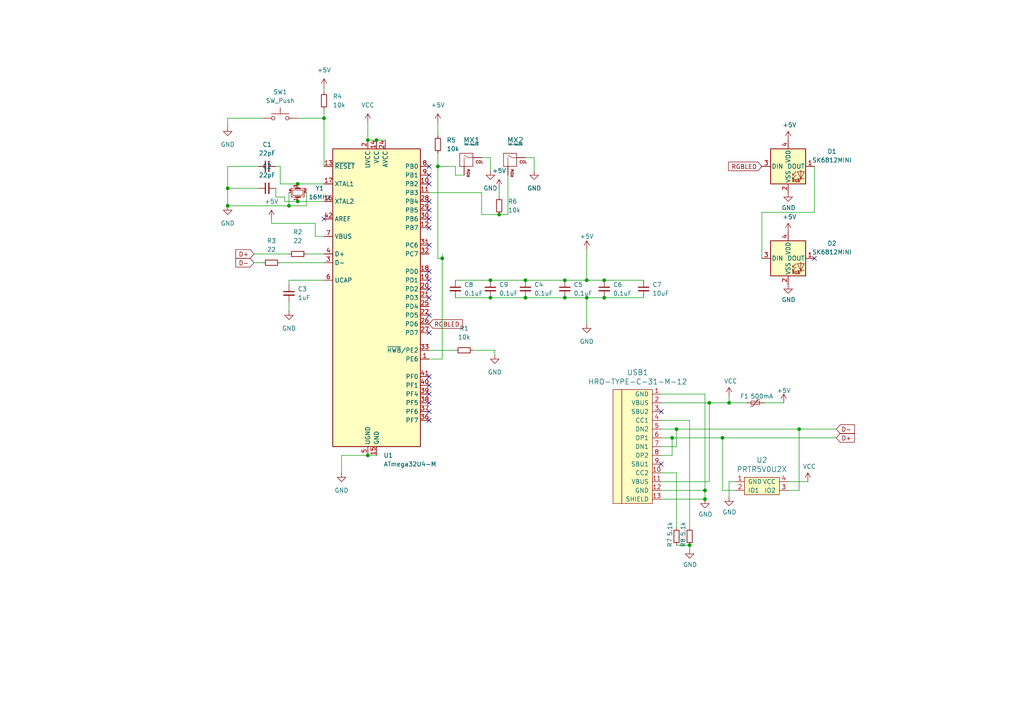
<source format=kicad_sch>
(kicad_sch (version 20211123) (generator eeschema)
  (paper "A4")
  (lib_symbols
    (symbol "Device:C_Small" (pin_numbers hide) (pin_names (offset 0.254) hide)
      (property "Reference" "C" (at 0.254 1.778 0))
      (property "Value" "C_Small" (at 0.254 -2.032 0))
      (symbol "C_Small_0_1"
        (polyline (pts (xy -1.524 -0.508) (xy 1.524 -0.508)) (stroke (width 0.3302)))
        (polyline (pts (xy -1.524 0.508) (xy 1.524 0.508)) (stroke (width 0.3048)))
      )
      (symbol "C_Small_1_1"
        (pin passive line (at 0 2.54 270) (length 2.032) (name "~") (number "1"))
        (pin passive line (at 0 -2.54 90) (length 2.032) (name "~") (number "2"))
      )
    )
    (symbol "Device:Crystal_GND24_Small" (pin_names (offset 1.016) hide)
      (property "Reference" "Y" (at 1.27 4.445 0))
      (property "Value" "Crystal_GND24_Small" (at 1.27 2.54 0))
      (symbol "Crystal_GND24_Small_0_1"
        (rectangle (start -0.762 -1.524) (end 0.762 1.524))
        (polyline (pts (xy -1.27 -0.762) (xy -1.27 0.762)) (stroke (width 0.381)))
        (polyline (pts (xy 1.27 -0.762) (xy 1.27 0.762)) (stroke (width 0.381)))
        (polyline (pts (xy -1.27 -1.27) (xy -1.27 -1.905) (xy 1.27 -1.905) (xy 1.27 -1.27)))
        (polyline (pts (xy -1.27 1.27) (xy -1.27 1.905) (xy 1.27 1.905) (xy 1.27 1.27)))
      )
      (symbol "Crystal_GND24_Small_1_1"
        (pin passive line (at -2.54 0 0) (length 1.27) (name "1") (number "1"))
        (pin passive line (at 0 -2.54 90) (length 0.635) (name "2") (number "2"))
        (pin passive line (at 2.54 0 180) (length 1.27) (name "3") (number "3"))
        (pin passive line (at 0 2.54 270) (length 0.635) (name "4") (number "4"))
      )
    )
    (symbol "Device:Polyfuse_Small" (pin_numbers hide) (pin_names (offset 0))
      (property "Reference" "F" (at -1.905 0 90))
      (property "Value" "Polyfuse_Small" (at 1.905 0 90))
      (symbol "Polyfuse_Small_0_1"
        (rectangle (start -0.508 1.27) (end 0.508 -1.27))
        (polyline (pts (xy 0 2.54) (xy 0 -2.54)))
        (polyline (pts (xy -1.016 1.27) (xy -1.016 0.762) (xy 1.016 -0.762) (xy 1.016 -1.27)))
      )
      (symbol "Polyfuse_Small_1_1"
        (pin passive line (at 0 2.54 270) (length 0.635) (name "~") (number "1"))
        (pin passive line (at 0 -2.54 90) (length 0.635) (name "~") (number "2"))
      )
    )
    (symbol "Device:R_Small" (pin_numbers hide) (pin_names (offset 0.254) hide)
      (property "Reference" "R" (at 0.762 0.508 0))
      (property "Value" "R_Small" (at 0.762 -1.016 0))
      (symbol "R_Small_0_1"
        (rectangle (start -0.762 1.778) (end 0.762 -1.778) (stroke (width 0.2032)))
      )
      (symbol "R_Small_1_1"
        (pin passive line (at 0 2.54 270) (length 0.762) (name "~") (number "1"))
        (pin passive line (at 0 -2.54 90) (length 0.762) (name "~") (number "2"))
      )
    )
    (symbol "LED:SK6812MINI" (pin_names (offset 0.254))
      (property "Reference" "D" (at 5.08 5.715 0))
      (property "Value" "SK6812MINI" (at 1.27 -5.715 0))
      (symbol "SK6812MINI_0_0"
        (text "RGB" (at 2.286 -4.191 0) (effects (font (size 0.762 0.762))))
      )
      (symbol "SK6812MINI_0_1"
        (polyline (pts (xy 1.27 -3.556) (xy 1.778 -3.556)))
        (polyline (pts (xy 1.27 -2.54) (xy 1.778 -2.54)))
        (polyline (pts (xy 4.699 -3.556) (xy 2.667 -3.556)))
        (polyline (pts (xy 2.286 -2.54) (xy 1.27 -3.556) (xy 1.27 -3.048)))
        (polyline (pts (xy 2.286 -1.524) (xy 1.27 -2.54) (xy 1.27 -2.032)))
        (polyline (pts (xy 3.683 -1.016) (xy 3.683 -3.556) (xy 3.683 -4.064)))
        (polyline (pts (xy 4.699 -1.524) (xy 2.667 -1.524) (xy 3.683 -3.556) (xy 4.699 -1.524)))
        (rectangle (start 5.08 5.08) (end -5.08 -5.08) (stroke (width 0.254)) (fill (type background)))
      )
      (symbol "SK6812MINI_1_1"
        (pin output line (at 7.62 0 180) (length 2.54) (name "DOUT") (number "1"))
        (pin power_in line (at 0 -7.62 90) (length 2.54) (name "VSS") (number "2"))
        (pin input line (at -7.62 0 0) (length 2.54) (name "DIN") (number "3"))
        (pin power_in line (at 0 7.62 270) (length 2.54) (name "VDD") (number "4"))
      )
    )
    (symbol "MCU_Microchip_ATmega:ATmega32U4-M"
      (property "Reference" "U" (at -12.7 44.45 0))
      (property "Value" "ATmega32U4-M" (at 2.54 -44.45 0))
      (symbol "ATmega32U4-M_0_1"
        (rectangle (start -12.7 -43.18) (end 12.7 43.18) (stroke (width 0.254)) (fill (type background)))
      )
      (symbol "ATmega32U4-M_1_1"
        (pin bidirectional line (at 15.24 -17.78 180) (length 2.54) (name "PE6") (number "1"))
        (pin bidirectional line (at 15.24 33.02 180) (length 2.54) (name "PB2") (number "10"))
        (pin bidirectional line (at 15.24 30.48 180) (length 2.54) (name "PB3") (number "11"))
        (pin bidirectional line (at 15.24 20.32 180) (length 2.54) (name "PB7") (number "12"))
        (pin input line (at -15.24 38.1 0) (length 2.54) (name "~{RESET}") (number "13"))
        (pin power_in line (at 0 45.72 270) (length 2.54) (name "VCC") (number "14"))
        (pin power_in line (at 0 -45.72 90) (length 2.54) (name "GND") (number "15"))
        (pin output line (at -15.24 27.94 0) (length 2.54) (name "XTAL2") (number "16"))
        (pin input line (at -15.24 33.02 0) (length 2.54) (name "XTAL1") (number "17"))
        (pin bidirectional line (at 15.24 7.62 180) (length 2.54) (name "PD0") (number "18"))
        (pin bidirectional line (at 15.24 5.08 180) (length 2.54) (name "PD1") (number "19"))
        (pin power_in line (at -2.54 45.72 270) (length 2.54) (name "UVCC") (number "2"))
        (pin bidirectional line (at 15.24 2.54 180) (length 2.54) (name "PD2") (number "20"))
        (pin bidirectional line (at 15.24 0 180) (length 2.54) (name "PD3") (number "21"))
        (pin bidirectional line (at 15.24 -5.08 180) (length 2.54) (name "PD5") (number "22"))
        (pin passive line (at 0 -45.72 90) (length 2.54) hide (name "GND") (number "23"))
        (pin power_in line (at 2.54 45.72 270) (length 2.54) (name "AVCC") (number "24"))
        (pin bidirectional line (at 15.24 -2.54 180) (length 2.54) (name "PD4") (number "25"))
        (pin bidirectional line (at 15.24 -7.62 180) (length 2.54) (name "PD6") (number "26"))
        (pin bidirectional line (at 15.24 -10.16 180) (length 2.54) (name "PD7") (number "27"))
        (pin bidirectional line (at 15.24 27.94 180) (length 2.54) (name "PB4") (number "28"))
        (pin bidirectional line (at 15.24 25.4 180) (length 2.54) (name "PB5") (number "29"))
        (pin bidirectional line (at -15.24 10.16 0) (length 2.54) (name "D-") (number "3"))
        (pin bidirectional line (at 15.24 22.86 180) (length 2.54) (name "PB6") (number "30"))
        (pin bidirectional line (at 15.24 15.24 180) (length 2.54) (name "PC6") (number "31"))
        (pin bidirectional line (at 15.24 12.7 180) (length 2.54) (name "PC7") (number "32"))
        (pin bidirectional line (at 15.24 -15.24 180) (length 2.54) (name "~{HWB}/PE2") (number "33"))
        (pin passive line (at 0 45.72 270) (length 2.54) hide (name "VCC") (number "34"))
        (pin passive line (at 0 -45.72 90) (length 2.54) hide (name "GND") (number "35"))
        (pin bidirectional line (at 15.24 -35.56 180) (length 2.54) (name "PF7") (number "36"))
        (pin bidirectional line (at 15.24 -33.02 180) (length 2.54) (name "PF6") (number "37"))
        (pin bidirectional line (at 15.24 -30.48 180) (length 2.54) (name "PF5") (number "38"))
        (pin bidirectional line (at 15.24 -27.94 180) (length 2.54) (name "PF4") (number "39"))
        (pin bidirectional line (at -15.24 12.7 0) (length 2.54) (name "D+") (number "4"))
        (pin bidirectional line (at 15.24 -25.4 180) (length 2.54) (name "PF1") (number "40"))
        (pin bidirectional line (at 15.24 -22.86 180) (length 2.54) (name "PF0") (number "41"))
        (pin passive line (at -15.24 22.86 0) (length 2.54) (name "AREF") (number "42"))
        (pin passive line (at 0 -45.72 90) (length 2.54) hide (name "GND") (number "43"))
        (pin passive line (at 2.54 45.72 270) (length 2.54) hide (name "AVCC") (number "44"))
        (pin passive line (at 0 -45.72 90) (length 2.54) hide (name "GND") (number "45"))
        (pin passive line (at -2.54 -45.72 90) (length 2.54) (name "UGND") (number "5"))
        (pin passive line (at -15.24 5.08 0) (length 2.54) (name "UCAP") (number "6"))
        (pin input line (at -15.24 17.78 0) (length 2.54) (name "VBUS") (number "7"))
        (pin bidirectional line (at 15.24 38.1 180) (length 2.54) (name "PB0") (number "8"))
        (pin bidirectional line (at 15.24 35.56 180) (length 2.54) (name "PB1") (number "9"))
      )
    )
    (symbol "MX_Alps_Hybrid:MX-NoLED" (pin_names (offset 1.016))
      (property "Reference" "MX" (at -0.635 3.81 0))
      (property "Value" "MX-NoLED" (at -0.635 1.27 0))
      (symbol "MX-NoLED_0_0"
        (rectangle (start -2.54 2.54) (end 1.27 -1.27))
        (polyline (pts (xy -1.27 -1.27) (xy -1.27 1.27)) (stroke (width 0.127)))
        (polyline (pts (xy 1.27 1.27) (xy 0 1.27) (xy -1.27 1.905)) (stroke (width 0.127)))
        (text "COL" (at 3.175 0 0) (effects (font (size 0.762 0.762))))
        (text "ROW" (at 0 -1.905 900) (effects (font (size 0.762 0.762)) (justify right)))
      )
      (symbol "MX-NoLED_1_1"
        (pin passive line (at 3.81 1.27 180) (length 2.54) (name "COL") (number "1"))
        (pin passive line (at -1.27 -3.81 90) (length 2.54) (name "ROW") (number "2"))
      )
    )
    (symbol "Switch:SW_Push" (pin_numbers hide) (pin_names (offset 1.016) hide)
      (property "Reference" "SW" (at 1.27 2.54 0))
      (property "Value" "SW_Push" (at 0 -1.524 0))
      (symbol "SW_Push_0_1"
        (circle (center -2.032 0) (radius 0.508))
        (polyline (pts (xy 0 1.27) (xy 0 3.048)))
        (polyline (pts (xy 2.54 1.27) (xy -2.54 1.27)))
        (circle (center 2.032 0) (radius 0.508))
        (pin passive line (at -5.08 0 0) (length 2.54) (name "1") (number "1"))
        (pin passive line (at 5.08 0 180) (length 2.54) (name "2") (number "2"))
      )
    )
    (symbol "Voyager4-rescue:HRO-TYPE-C-31-M-12-Type-C" (pin_names (offset 1.016))
      (property "Reference" "USB" (at -5.08 16.51 0))
      (property "Value" "HRO-TYPE-C-31-M-12-Type-C" (at -10.16 -1.27 90))
      (symbol "HRO-TYPE-C-31-M-12-Type-C_0_1"
        (rectangle (start -11.43 15.24) (end -8.89 -17.78) (fill (type background)))
        (rectangle (start 0 -17.78) (end -8.89 15.24) (fill (type background)))
      )
      (symbol "HRO-TYPE-C-31-M-12-Type-C_1_1"
        (pin input line (at 2.54 13.97 180) (length 2.54) (name "GND") (number "1"))
        (pin input line (at 2.54 -8.89 180) (length 2.54) (name "CC2") (number "10"))
        (pin input line (at 2.54 -11.43 180) (length 2.54) (name "VBUS") (number "11"))
        (pin input line (at 2.54 -13.97 180) (length 2.54) (name "GND") (number "12"))
        (pin input line (at 2.54 -16.51 180) (length 2.54) (name "SHIELD") (number "13"))
        (pin input line (at 2.54 11.43 180) (length 2.54) (name "VBUS") (number "2"))
        (pin input line (at 2.54 8.89 180) (length 2.54) (name "SBU2") (number "3"))
        (pin input line (at 2.54 6.35 180) (length 2.54) (name "CC1") (number "4"))
        (pin input line (at 2.54 3.81 180) (length 2.54) (name "DN2") (number "5"))
        (pin input line (at 2.54 1.27 180) (length 2.54) (name "DP1") (number "6"))
        (pin input line (at 2.54 -1.27 180) (length 2.54) (name "DN1") (number "7"))
        (pin input line (at 2.54 -3.81 180) (length 2.54) (name "DP2") (number "8"))
        (pin input line (at 2.54 -6.35 180) (length 2.54) (name "SBU1") (number "9"))
      )
    )
    (symbol "ai03-locallib:PRTR5V0U2X" (pin_names (offset 1.016))
      (property "Reference" "U" (at 0 3.81 0))
      (property "Value" "PRTR5V0U2X" (at 0 -3.81 0))
      (symbol "PRTR5V0U2X_0_1"
        (rectangle (start -5.08 2.54) (end 5.08 -2.54) (fill (type background)))
      )
      (symbol "PRTR5V0U2X_1_1"
        (pin input line (at -7.62 1.27 0) (length 2.54) (name "GND") (number "1"))
        (pin input line (at -7.62 -1.27 0) (length 2.54) (name "IO1") (number "2"))
        (pin input line (at 7.62 -1.27 180) (length 2.54) (name "IO2") (number "3"))
        (pin input line (at 7.62 1.27 180) (length 2.54) (name "VCC") (number "4"))
      )
    )
    (symbol "power:+5V" (power) (pin_names (offset 0))
      (property "Value" "+5V" (at 0 3.556 0))
      (symbol "+5V_0_1"
        (polyline (pts (xy -0.762 1.27) (xy 0 2.54)))
        (polyline (pts (xy 0 0) (xy 0 2.54)))
        (polyline (pts (xy 0 2.54) (xy 0.762 1.27)))
      )
      (symbol "+5V_1_1"
        (pin power_in line (at 0 0 90) (length 0) hide (name "+5V") (number "1"))
      )
    )
    (symbol "power:GND" (power) (pin_names (offset 0))
      (property "Value" "GND" (at 0 -3.81 0))
      (symbol "GND_0_1"
        (polyline (pts (xy 0 0) (xy 0 -1.27) (xy 1.27 -1.27) (xy 0 -2.54) (xy -1.27 -1.27) (xy 0 -1.27)))
      )
      (symbol "GND_1_1"
        (pin power_in line (at 0 0 270) (length 0) hide (name "GND") (number "1"))
      )
    )
    (symbol "power:VCC" (power) (pin_names (offset 0))
      (property "Value" "VCC" (at 0 3.81 0))
      (symbol "VCC_0_1"
        (polyline (pts (xy -0.762 1.27) (xy 0 2.54)))
        (polyline (pts (xy 0 0) (xy 0 2.54)))
        (polyline (pts (xy 0 2.54) (xy 0.762 1.27)))
      )
      (symbol "VCC_1_1"
        (pin power_in line (at 0 0 90) (length 0) hide (name "VCC") (number "1"))
      )
    )
  )
  (junction (at 194.945 127))
  (junction (at 106.68 132.08))
  (junction (at 142.24 86.36))
  (junction (at 196.215 124.46))
  (junction (at 170.18 86.36))
  (junction (at 200.025 158.115))
  (junction (at 93.98 34.29))
  (junction (at 205.74 116.84))
  (junction (at 66.04 59.69))
  (junction (at 66.04 54.61))
  (junction (at 109.22 40.64))
  (junction (at 127 48.26))
  (junction (at 163.83 86.36))
  (junction (at 86.36 53.34))
  (junction (at 163.83 81.28))
  (junction (at 209.55 127))
  (junction (at 152.4 86.36))
  (junction (at 142.24 81.28))
  (junction (at 175.26 81.28))
  (junction (at 170.18 81.28))
  (junction (at 204.47 144.78))
  (junction (at 175.26 86.36))
  (junction (at 144.78 62.23))
  (junction (at 152.4 81.28))
  (junction (at 211.455 116.84))
  (junction (at 106.68 40.64))
  (junction (at 83.82 59.69))
  (junction (at 128.27 74.93))
  (junction (at 86.36 58.42))
  (junction (at 231.775 124.46))
  (junction (at 204.47 142.24))
  (no_connect (at 124.46 119.38))
  (no_connect (at 124.46 63.5))
  (no_connect (at 124.46 78.74))
  (no_connect (at 124.46 111.76))
  (no_connect (at 191.77 134.62))
  (no_connect (at 124.46 66.04))
  (no_connect (at 124.46 121.92))
  (no_connect (at 124.46 114.3))
  (no_connect (at 124.46 109.22))
  (no_connect (at 124.46 48.26))
  (no_connect (at 124.46 83.82))
  (no_connect (at 124.46 50.8))
  (no_connect (at 124.46 58.42))
  (no_connect (at 124.46 53.34))
  (no_connect (at 124.46 96.52))
  (no_connect (at 124.46 60.96))
  (no_connect (at 93.98 63.5))
  (no_connect (at 236.22 74.93))
  (no_connect (at 124.46 116.84))
  (no_connect (at 124.46 91.44))
  (no_connect (at 191.77 119.38))
  (no_connect (at 124.46 71.12))
  (no_connect (at 124.46 81.28))
  (no_connect (at 124.46 86.36))
  (wire (pts (xy 204.47 142.24) (xy 191.77 142.24)))
  (wire (pts (xy 83.82 81.28) (xy 83.82 82.55)))
  (wire (pts (xy 74.93 54.61) (xy 66.04 54.61)))
  (wire (pts (xy 196.215 124.46) (xy 231.775 124.46)))
  (wire (pts (xy 80.01 54.61) (xy 80.01 57.15)))
  (wire (pts (xy 152.4 86.36) (xy 163.83 86.36)))
  (wire (pts (xy 221.615 116.84) (xy 227.33 116.84)))
  (wire (pts (xy 128.27 74.93) (xy 128.27 73.66)))
  (wire (pts (xy 93.98 81.28) (xy 83.82 81.28)))
  (wire (pts (xy 142.24 81.28) (xy 152.4 81.28)))
  (wire (pts (xy 73.66 73.66) (xy 83.82 73.66)))
  (wire (pts (xy 91.44 64.77) (xy 78.74 64.77)))
  (wire (pts (xy 93.98 25.4) (xy 93.98 26.67)))
  (wire (pts (xy 81.28 53.34) (xy 86.36 53.34)))
  (wire (pts (xy 191.77 116.84) (xy 205.74 116.84)))
  (wire (pts (xy 66.04 48.26) (xy 66.04 54.61)))
  (wire (pts (xy 88.9 55.88) (xy 88.9 59.69)))
  (wire (pts (xy 82.55 58.42) (xy 86.36 58.42)))
  (wire (pts (xy 83.82 55.88) (xy 83.82 59.69)))
  (wire (pts (xy 83.82 87.63) (xy 83.82 90.17)))
  (wire (pts (xy 128.27 104.14) (xy 128.27 74.93)))
  (wire (pts (xy 139.7 62.23) (xy 144.78 62.23)))
  (wire (pts (xy 144.78 54.61) (xy 144.78 57.15)))
  (wire (pts (xy 194.945 132.08) (xy 194.945 127)))
  (wire (pts (xy 132.08 86.36) (xy 142.24 86.36)))
  (wire (pts (xy 175.26 86.36) (xy 186.69 86.36)))
  (wire (pts (xy 170.18 81.28) (xy 175.26 81.28)))
  (wire (pts (xy 191.77 137.16) (xy 196.215 137.16)))
  (wire (pts (xy 124.46 55.88) (xy 139.7 55.88)))
  (wire (pts (xy 142.24 86.36) (xy 152.4 86.36)))
  (wire (pts (xy 93.98 34.29) (xy 86.36 34.29)))
  (wire (pts (xy 127 48.26) (xy 132.08 48.26)))
  (wire (pts (xy 220.98 61.595) (xy 220.98 74.93)))
  (wire (pts (xy 200.025 121.92) (xy 200.025 153.035)))
  (wire (pts (xy 124.46 104.14) (xy 128.27 104.14)))
  (wire (pts (xy 204.47 144.78) (xy 204.47 142.24)))
  (wire (pts (xy 170.18 72.39) (xy 170.18 81.28)))
  (wire (pts (xy 211.455 139.7) (xy 213.36 139.7)))
  (wire (pts (xy 152.4 45.72) (xy 154.94 45.72)))
  (wire (pts (xy 196.215 124.46) (xy 196.215 129.54)))
  (wire (pts (xy 80.01 57.15) (xy 82.55 57.15)))
  (wire (pts (xy 231.775 142.24) (xy 228.6 142.24)))
  (wire (pts (xy 213.36 142.24) (xy 209.55 142.24)))
  (wire (pts (xy 76.2 34.29) (xy 66.04 34.29)))
  (wire (pts (xy 231.775 124.46) (xy 242.57 124.46)))
  (wire (pts (xy 205.74 116.84) (xy 211.455 116.84)))
  (wire (pts (xy 191.77 124.46) (xy 196.215 124.46)))
  (wire (pts (xy 106.68 40.64) (xy 109.22 40.64)))
  (wire (pts (xy 154.94 45.72) (xy 154.94 49.53)))
  (wire (pts (xy 93.98 31.75) (xy 93.98 34.29)))
  (wire (pts (xy 81.28 76.2) (xy 93.98 76.2)))
  (wire (pts (xy 66.04 34.29) (xy 66.04 36.83)))
  (wire (pts (xy 142.24 45.72) (xy 142.24 49.53)))
  (wire (pts (xy 88.9 73.66) (xy 93.98 73.66)))
  (wire (pts (xy 127 48.26) (xy 127 74.93)))
  (wire (pts (xy 231.775 142.24) (xy 231.775 124.46)))
  (wire (pts (xy 211.455 116.84) (xy 216.535 116.84)))
  (wire (pts (xy 163.83 86.36) (xy 170.18 86.36)))
  (wire (pts (xy 109.22 40.64) (xy 111.76 40.64)))
  (wire (pts (xy 137.16 101.6) (xy 143.51 101.6)))
  (wire (pts (xy 175.26 81.28) (xy 186.69 81.28)))
  (wire (pts (xy 127 35.56) (xy 127 39.37)))
  (wire (pts (xy 66.04 59.69) (xy 83.82 59.69)))
  (wire (pts (xy 86.36 58.42) (xy 93.98 58.42)))
  (wire (pts (xy 236.22 61.595) (xy 220.98 61.595)))
  (wire (pts (xy 93.98 48.26) (xy 93.98 34.29)))
  (wire (pts (xy 211.455 114.935) (xy 211.455 116.84)))
  (wire (pts (xy 234.315 139.7) (xy 228.6 139.7)))
  (wire (pts (xy 147.32 62.23) (xy 144.78 62.23)))
  (wire (pts (xy 209.55 142.24) (xy 209.55 127)))
  (wire (pts (xy 191.77 121.92) (xy 200.025 121.92)))
  (wire (pts (xy 196.215 137.16) (xy 196.215 153.035)))
  (wire (pts (xy 91.44 68.58) (xy 91.44 64.77)))
  (wire (pts (xy 170.18 86.36) (xy 175.26 86.36)))
  (wire (pts (xy 139.7 45.72) (xy 142.24 45.72)))
  (wire (pts (xy 106.68 35.56) (xy 106.68 40.64)))
  (wire (pts (xy 86.36 53.34) (xy 93.98 53.34)))
  (wire (pts (xy 196.215 129.54) (xy 191.77 129.54)))
  (wire (pts (xy 200.025 159.385) (xy 200.025 158.115)))
  (wire (pts (xy 191.77 114.3) (xy 204.47 114.3)))
  (wire (pts (xy 196.215 158.115) (xy 200.025 158.115)))
  (wire (pts (xy 152.4 81.28) (xy 163.83 81.28)))
  (wire (pts (xy 82.55 57.15) (xy 82.55 58.42)))
  (wire (pts (xy 78.74 64.77) (xy 78.74 63.5)))
  (wire (pts (xy 99.06 132.08) (xy 106.68 132.08)))
  (wire (pts (xy 205.74 116.84) (xy 205.74 139.7)))
  (wire (pts (xy 191.77 144.78) (xy 204.47 144.78)))
  (wire (pts (xy 66.04 54.61) (xy 66.04 59.69)))
  (wire (pts (xy 191.77 132.08) (xy 194.945 132.08)))
  (wire (pts (xy 132.08 81.28) (xy 142.24 81.28)))
  (wire (pts (xy 106.68 132.08) (xy 109.22 132.08)))
  (wire (pts (xy 211.455 144.145) (xy 211.455 139.7)))
  (wire (pts (xy 81.28 48.26) (xy 81.28 53.34)))
  (wire (pts (xy 74.93 48.26) (xy 66.04 48.26)))
  (wire (pts (xy 132.08 48.26) (xy 132.08 50.8)))
  (wire (pts (xy 163.83 81.28) (xy 170.18 81.28)))
  (wire (pts (xy 204.47 114.3) (xy 204.47 142.24)))
  (wire (pts (xy 93.98 68.58) (xy 91.44 68.58)))
  (wire (pts (xy 127 44.45) (xy 127 48.26)))
  (wire (pts (xy 236.22 48.26) (xy 236.22 61.595)))
  (wire (pts (xy 139.7 55.88) (xy 139.7 62.23)))
  (wire (pts (xy 99.06 132.08) (xy 99.06 137.16)))
  (wire (pts (xy 170.18 86.36) (xy 170.18 93.98)))
  (wire (pts (xy 205.74 139.7) (xy 191.77 139.7)))
  (wire (pts (xy 83.82 59.69) (xy 88.9 59.69)))
  (wire (pts (xy 194.945 127) (xy 209.55 127)))
  (wire (pts (xy 127 74.93) (xy 128.27 74.93)))
  (wire (pts (xy 132.08 50.8) (xy 134.62 50.8)))
  (wire (pts (xy 194.945 127) (xy 191.77 127)))
  (wire (pts (xy 73.66 76.2) (xy 76.2 76.2)))
  (wire (pts (xy 209.55 127) (xy 242.57 127)))
  (wire (pts (xy 124.46 101.6) (xy 132.08 101.6)))
  (wire (pts (xy 80.01 48.26) (xy 81.28 48.26)))
  (wire (pts (xy 143.51 101.6) (xy 143.51 102.87)))
  (wire (pts (xy 147.32 50.8) (xy 147.32 62.23)))
  (global_label "D+" (shape input) (at 73.66 73.66 180) (property "Intersheet References" "${INTERSHEET_REFS}" (effects hide)))
  (global_label "D+" (shape input) (at 242.57 127 0) (property "Intersheet References" "${INTERSHEET_REFS}" (effects hide)))
  (global_label "D-" (shape input) (at 73.66 76.2 180) (property "Intersheet References" "${INTERSHEET_REFS}" (effects hide)))
  (global_label "D-" (shape input) (at 242.57 124.46 0) (property "Intersheet References" "${INTERSHEET_REFS}" (effects hide)))
  (global_label "RGBLED" (shape input) (at 220.98 48.26 180) (property "Intersheet References" "${INTERSHEET_REFS}" (effects hide)))
  (global_label "RGBLED" (shape input) (at 124.46 93.98 0) (property "Intersheet References" "${INTERSHEET_REFS}" (effects hide)))
  (symbol (lib_id "Device:Crystal_GND24_Small") (at 86.36 55.88 90) (unit 1)
    (property "Reference" "Y1" (at 92.71 54.61 90))
    (property "Value" "16MHz" (at 92.71 57.15 90))
    (property "Footprint" "Crystal:Crystal_SMD_3225-4Pin_3.2x2.5mm" (effects hide))
  )
  (symbol (lib_id "power:GND") (at 154.94 49.53 0) (unit 1)
    (property "Reference" "#PWR0105" (effects hide))
    (property "Value" "GND" (at 154.94 54.61 0))
  )
  (symbol (lib_id "power:GND") (at 211.455 144.145 0) (unit 1)
    (property "Reference" "#PWR0116" (effects hide))
    (property "Value" "GND" (at 211.582 148.5392 0))
  )
  (symbol (lib_id "Device:C_Small") (at 83.82 85.09 0) (unit 1)
    (property "Reference" "C3" (at 86.36 83.8262 0) (effects (justify left)))
    (property "Value" "1uF" (at 86.36 86.3662 0) (effects (justify left)))
    (property "Footprint" "Capacitor_SMD:C_0805_2012Metric" (effects hide))
  )
  (symbol (lib_id "Device:C_Small") (at 175.26 83.82 0) (unit 1)
    (property "Reference" "C6" (at 177.8 82.5562 0) (effects (justify left)))
    (property "Value" "0.1uF" (at 177.8 85.0962 0) (effects (justify left)))
    (property "Footprint" "Capacitor_SMD:C_0805_2012Metric" (effects hide))
  )
  (symbol (lib_id "power:+5V") (at 228.6 67.31 0) (unit 1)
    (property "Reference" "#PWR0124" (effects hide))
    (property "Value" "+5V" (at 228.981 62.9158 0))
  )
  (symbol (lib_id "Device:R_Small") (at 78.74 76.2 90) (unit 1)
    (property "Reference" "R3" (at 78.74 69.85 90))
    (property "Value" "22" (at 78.74 72.39 90))
    (property "Footprint" "Resistor_SMD:R_0805_2012Metric" (effects hide))
  )
  (symbol (lib_id "power:GND") (at 66.04 59.69 0) (unit 1)
    (property "Reference" "#PWR0111" (effects hide))
    (property "Value" "GND" (at 66.04 64.77 0))
  )
  (symbol (lib_id "Device:R_Small") (at 93.98 29.21 0) (unit 1)
    (property "Reference" "R4" (at 96.52 27.9399 0) (effects (justify left)))
    (property "Value" "10k" (at 96.52 30.4799 0) (effects (justify left)))
    (property "Footprint" "Resistor_SMD:R_0805_2012Metric" (effects hide))
  )
  (symbol (lib_id "Device:R_Small") (at 134.62 101.6 90) (unit 1)
    (property "Reference" "R1" (at 134.62 95.25 90))
    (property "Value" "10k" (at 134.62 97.79 90))
    (property "Footprint" "Resistor_SMD:R_0805_2012Metric" (effects hide))
  )
  (symbol (lib_id "power:GND") (at 228.6 55.88 0) (unit 1)
    (property "Reference" "#PWR0121" (effects hide))
    (property "Value" "GND" (at 228.727 60.2742 0))
  )
  (symbol (lib_id "MX_Alps_Hybrid:MX-NoLED") (at 135.89 46.99 0) (unit 1)
    (property "Reference" "MX1" (at 136.7756 40.64 0) (effects (font (size 1.524 1.524))))
    (property "Value" "MX-NoLED" (at 136.7756 41.91 0) (effects (font (size 0.508 0.508))))
    (property "Footprint" "MX_Hotswap:MX-Hotswap-1U" (effects hide))
  )
  (symbol (lib_id "power:VCC") (at 234.315 139.7 0) (unit 1)
    (property "Reference" "#PWR0119" (effects hide))
    (property "Value" "VCC" (at 234.7468 135.3058 0))
  )
  (symbol (lib_id "power:+5V") (at 228.6 40.64 0) (unit 1)
    (property "Reference" "#PWR0122" (effects hide))
    (property "Value" "+5V" (at 228.981 36.2458 0))
  )
  (symbol (lib_id "Switch:SW_Push") (at 81.28 34.29 0) (unit 1)
    (property "Reference" "SW1" (at 81.28 26.67 0))
    (property "Value" "SW_Push" (at 81.28 29.21 0))
    (property "Footprint" "Button_Switch_SMD:SW_SPST_SKQG_WithStem" (effects hide))
  )
  (symbol (lib_id "MCU_Microchip_ATmega:ATmega32U4-M") (at 109.22 86.36 0) (unit 1)
    (property "Reference" "U1" (at 111.2394 132.08 0) (effects (justify left)))
    (property "Value" "ATmega32U4-M" (at 111.2394 134.62 0) (effects (justify left)))
    (property "Footprint" "Package_DFN_QFN:QFN-44-1EP_7x7mm_P0.5mm_EP5.2x5.2mm" (effects hide))
    (property "Datasheet" "http://ww1.microchip.com/downloads/en/DeviceDoc/Atmel-7766-8-bit-AVR-ATmega16U4-32U4_Datasheet.pdf" (effects hide))
  )
  (symbol (lib_id "Device:R_Small") (at 86.36 73.66 90) (unit 1)
    (property "Reference" "R2" (at 86.36 67.31 90))
    (property "Value" "22" (at 86.36 69.85 90))
    (property "Footprint" "Resistor_SMD:R_0805_2012Metric" (effects hide))
  )
  (symbol (lib_id "Device:R_Small") (at 196.215 155.575 0) (unit 1)
    (property "Reference" "R7" (at 194.31 158.75 90) (effects (justify left)))
    (property "Value" "5.1k" (at 194.31 155.575 90) (effects (justify left)))
    (property "Footprint" "Resistor_SMD:R_0805_2012Metric" (effects hide))
  )
  (symbol (lib_id "Device:C_Small") (at 142.24 83.82 0) (unit 1)
    (property "Reference" "C9" (at 144.78 82.5562 0) (effects (justify left)))
    (property "Value" "0.1uF" (at 144.78 85.0962 0) (effects (justify left)))
    (property "Footprint" "Capacitor_SMD:C_0805_2012Metric" (effects hide))
  )
  (symbol (lib_id "power:+5V") (at 144.78 54.61 0) (unit 1)
    (property "Reference" "#PWR0107" (effects hide))
    (property "Value" "+5V" (at 144.78 49.53 0))
  )
  (symbol (lib_id "LED:SK6812MINI") (at 228.6 48.26 0) (unit 1)
    (property "Reference" "D1" (at 241.3 43.9293 0))
    (property "Value" "SK6812MINI" (at 241.3 46.4693 0))
    (property "Footprint" "LED:SK6812MINIE" (effects hide))
    (property "Datasheet" "https://cdn-shop.adafruit.com/product-files/2686/SK6812MINI_REV.01-1-2.pdf" (effects hide))
  )
  (symbol (lib_id "power:GND") (at 83.82 90.17 0) (unit 1)
    (property "Reference" "#PWR0102" (effects hide))
    (property "Value" "GND" (at 83.82 95.25 0))
  )
  (symbol (lib_id "power:GND") (at 204.47 144.78 0) (unit 1)
    (property "Reference" "#PWR0115" (effects hide))
    (property "Value" "GND" (at 204.597 149.1742 0))
  )
  (symbol (lib_id "power:+5V") (at 93.98 25.4 0) (unit 1)
    (property "Reference" "#PWR0110" (effects hide))
    (property "Value" "+5V" (at 93.98 20.32 0))
  )
  (symbol (lib_id "MX_Alps_Hybrid:MX-NoLED") (at 148.59 46.99 0) (unit 1)
    (property "Reference" "MX2" (at 149.4756 40.64 0) (effects (font (size 1.524 1.524))))
    (property "Value" "MX-NoLED" (at 149.4756 41.91 0) (effects (font (size 0.508 0.508))))
    (property "Footprint" "MX_Hotswap:MX-Hotswap-1U" (effects hide))
  )
  (symbol (lib_id "power:+5V") (at 127 35.56 0) (unit 1)
    (property "Reference" "#PWR0108" (effects hide))
    (property "Value" "+5V" (at 127 30.48 0))
  )
  (symbol (lib_id "Device:C_Small") (at 77.47 48.26 90) (unit 1)
    (property "Reference" "C1" (at 77.4763 41.91 90))
    (property "Value" "22pF" (at 77.4763 44.45 90))
    (property "Footprint" "Capacitor_SMD:C_0805_2012Metric" (effects hide))
  )
  (symbol (lib_id "power:+5V") (at 227.33 116.84 0) (unit 1)
    (property "Reference" "#PWR0120" (effects hide))
    (property "Value" "+5V" (at 227.33 113.284 0))
  )
  (symbol (lib_id "ai03-locallib:PRTR5V0U2X") (at 220.98 140.97 0) (unit 1)
    (property "Reference" "U2" (at 220.98 133.4262 0) (effects (font (size 1.524 1.524))))
    (property "Value" "PRTR5V0U2X" (at 220.98 136.1186 0) (effects (font (size 1.524 1.524))))
    (property "Footprint" "Package_TO_SOT_SMD:SOT-143" (effects hide))
  )
  (symbol (lib_id "power:GND") (at 170.18 93.98 0) (unit 1)
    (property "Reference" "#PWR0104" (effects hide))
    (property "Value" "GND" (at 170.18 99.06 0))
  )
  (symbol (lib_id "Voyager4-rescue:HRO-TYPE-C-31-M-12-Type-C") (at 189.23 128.27 0) (unit 1)
    (property "Reference" "USB1" (at 184.9374 108.0262 0) (effects (font (size 1.524 1.524))))
    (property "Value" "HRO-TYPE-C-31-M-12" (at 184.9374 110.7186 0) (effects (font (size 1.524 1.524))))
    (property "Footprint" "Type-C:HRO-TYPE-C-31-M-12-Assembly" (effects hide))
  )
  (symbol (lib_id "power:VCC") (at 211.455 114.935 0) (unit 1)
    (property "Reference" "#PWR0114" (effects hide))
    (property "Value" "VCC" (at 211.8868 110.5408 0))
  )
  (symbol (lib_id "Device:R_Small") (at 200.025 155.575 0) (unit 1)
    (property "Reference" "R8" (at 198.12 158.75 90) (effects (justify left)))
    (property "Value" "5.1k" (at 198.12 155.575 90) (effects (justify left)))
    (property "Footprint" "Resistor_SMD:R_0805_2012Metric" (effects hide))
  )
  (symbol (lib_id "Device:R_Small") (at 127 41.91 0) (unit 1)
    (property "Reference" "R5" (at 129.54 40.6399 0) (effects (justify left)))
    (property "Value" "10k" (at 129.54 43.1799 0) (effects (justify left)))
    (property "Footprint" "Resistor_SMD:R_0805_2012Metric" (effects hide))
  )
  (symbol (lib_id "Device:C_Small") (at 152.4 83.82 0) (unit 1)
    (property "Reference" "C4" (at 154.94 82.5562 0) (effects (justify left)))
    (property "Value" "0.1uF" (at 154.94 85.0962 0) (effects (justify left)))
    (property "Footprint" "Capacitor_SMD:C_0805_2012Metric" (effects hide))
  )
  (symbol (lib_id "LED:SK6812MINI") (at 228.6 74.93 0) (unit 1)
    (property "Reference" "D2" (at 241.3 70.5993 0))
    (property "Value" "SK6812MINI" (at 241.3 73.1393 0))
    (property "Footprint" "LED:SK6812MINIE" (effects hide))
    (property "Datasheet" "https://cdn-shop.adafruit.com/product-files/2686/SK6812MINI_REV.01-1-2.pdf" (effects hide))
  )
  (symbol (lib_id "power:GND") (at 228.6 82.55 0) (unit 1)
    (property "Reference" "#PWR0123" (effects hide))
    (property "Value" "GND" (at 228.727 86.9442 0))
  )
  (symbol (lib_id "power:GND") (at 142.24 49.53 0) (unit 1)
    (property "Reference" "#PWR0106" (effects hide))
    (property "Value" "GND" (at 142.24 54.61 0))
  )
  (symbol (lib_id "Device:C_Small") (at 77.47 54.61 90) (unit 1)
    (property "Reference" "C2" (at 77.4763 48.26 90))
    (property "Value" "22pF" (at 77.4763 50.8 90))
    (property "Footprint" "Capacitor_SMD:C_0805_2012Metric" (effects hide))
  )
  (symbol (lib_id "power:GND") (at 143.51 102.87 0) (unit 1)
    (property "Reference" "#PWR0103" (effects hide))
    (property "Value" "GND" (at 143.51 107.95 0))
  )
  (symbol (lib_id "Device:C_Small") (at 186.69 83.82 0) (unit 1)
    (property "Reference" "C7" (at 189.23 82.5562 0) (effects (justify left)))
    (property "Value" "10uF" (at 189.23 85.0962 0) (effects (justify left)))
    (property "Footprint" "Capacitor_SMD:C_0805_2012Metric" (effects hide))
  )
  (symbol (lib_id "Device:Polyfuse_Small") (at 219.075 116.84 270) (unit 1)
    (property "Reference" "F1" (at 215.9 114.935 90))
    (property "Value" "500mA" (at 220.98 114.935 90))
    (property "Footprint" "Fuse:Fuse_1206_3216Metric" (effects hide))
  )
  (symbol (lib_id "Device:C_Small") (at 132.08 83.82 0) (unit 1)
    (property "Reference" "C8" (at 134.62 82.5562 0) (effects (justify left)))
    (property "Value" "0.1uF" (at 134.62 85.0962 0) (effects (justify left)))
    (property "Footprint" "Capacitor_SMD:C_0805_2012Metric" (effects hide))
  )
  (symbol (lib_id "power:VCC") (at 106.68 35.56 0) (unit 1)
    (property "Reference" "#PWR0109" (effects hide))
    (property "Value" "VCC" (at 106.68 30.48 0))
  )
  (symbol (lib_id "Device:R_Small") (at 144.78 59.69 0) (unit 1)
    (property "Reference" "R6" (at 147.32 58.4199 0) (effects (justify left)))
    (property "Value" "10k" (at 147.32 60.9599 0) (effects (justify left)))
    (property "Footprint" "Resistor_SMD:R_0805_2012Metric" (effects hide))
  )
  (symbol (lib_id "power:GND") (at 99.06 137.16 0) (unit 1)
    (property "Reference" "#PWR0101" (effects hide))
    (property "Value" "GND" (at 99.06 142.24 0))
  )
  (symbol (lib_id "power:GND") (at 66.04 36.83 0) (unit 1)
    (property "Reference" "#PWR0113" (effects hide))
    (property "Value" "GND" (at 66.04 41.91 0))
  )
  (symbol (lib_id "power:+5V") (at 170.18 72.39 0) (unit 1)
    (property "Reference" "#PWR0117" (effects hide))
    (property "Value" "+5V" (at 170.18 68.58 0))
  )
  (symbol (lib_id "power:GND") (at 200.025 159.385 0) (unit 1)
    (property "Reference" "#PWR0118" (effects hide))
    (property "Value" "GND" (at 200.152 163.7792 0))
  )
  (symbol (lib_id "Device:C_Small") (at 163.83 83.82 0) (unit 1)
    (property "Reference" "C5" (at 166.37 82.5562 0) (effects (justify left)))
    (property "Value" "0.1uF" (at 166.37 85.0962 0) (effects (justify left)))
    (property "Footprint" "Capacitor_SMD:C_0805_2012Metric" (effects hide))
  )
  (symbol (lib_id "power:+5V") (at 78.74 63.5 0) (unit 1)
    (property "Reference" "#PWR0112" (effects hide))
    (property "Value" "+5V" (at 78.74 58.42 0))
  )
)
</source>
